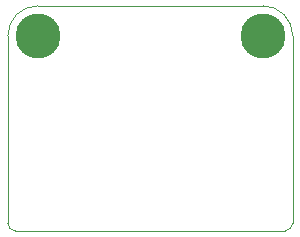
<source format=gbr>
%TF.GenerationSoftware,KiCad,Pcbnew,5.99.0-unknown-0e3b001c51~134~ubuntu20.04.1*%
%TF.CreationDate,2021-11-30T16:29:58+01:00*%
%TF.ProjectId,accelerometer,61636365-6c65-4726-9f6d-657465722e6b,0.0.1*%
%TF.SameCoordinates,Original*%
%TF.FileFunction,Soldermask,Bot*%
%TF.FilePolarity,Negative*%
%FSLAX46Y46*%
G04 Gerber Fmt 4.6, Leading zero omitted, Abs format (unit mm)*
G04 Created by KiCad (PCBNEW 5.99.0-unknown-0e3b001c51~134~ubuntu20.04.1) date 2021-11-30 16:29:58*
%MOMM*%
%LPD*%
G01*
G04 APERTURE LIST*
%TA.AperFunction,Profile*%
%ADD10C,0.100000*%
%TD*%
%ADD11C,3.800000*%
G04 APERTURE END LIST*
D10*
X158115000Y-87503000D02*
G75*
G03*
X155575000Y-84963000I-2540000J0D01*
G01*
X133985000Y-103378000D02*
X133985000Y-87503000D01*
X158115000Y-103378000D02*
X158115000Y-87503000D01*
X133985000Y-103378000D02*
G75*
G03*
X134620000Y-104013000I635000J0D01*
G01*
X136525000Y-84963000D02*
G75*
G03*
X133985000Y-87503000I0J-2540000D01*
G01*
X155575000Y-84963000D02*
X136525000Y-84963000D01*
X158115000Y-103378000D02*
G75*
G02*
X157480000Y-104013000I-635000J0D01*
G01*
X134620000Y-104013000D02*
X157480000Y-104013000D01*
D11*
%TO.C,H3*%
X155575000Y-87503000D03*
%TD*%
%TO.C,H4*%
X136525000Y-87503000D03*
%TD*%
M02*

</source>
